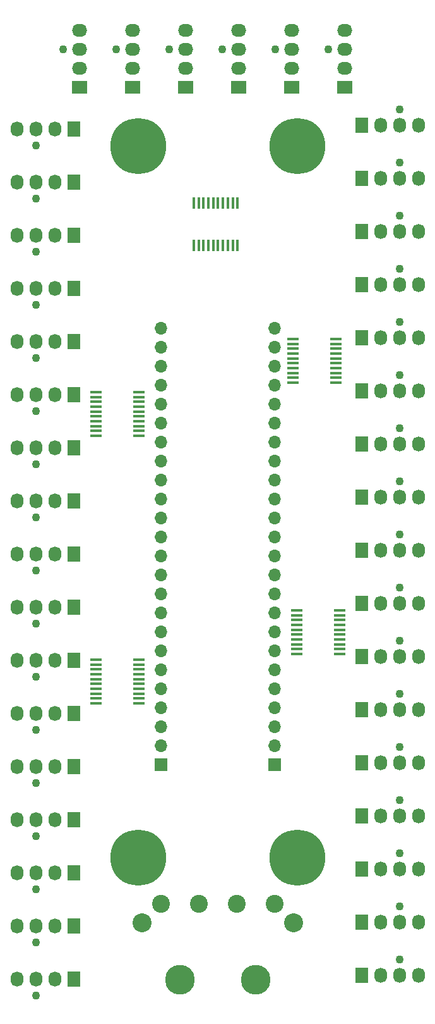
<source format=gbr>
%TF.GenerationSoftware,KiCad,Pcbnew,(5.1.8)-1*%
%TF.CreationDate,2021-05-23T23:23:44-05:00*%
%TF.ProjectId,CircuitBoardV2,43697263-7569-4744-926f-61726456322e,rev?*%
%TF.SameCoordinates,Original*%
%TF.FileFunction,Soldermask,Top*%
%TF.FilePolarity,Negative*%
%FSLAX46Y46*%
G04 Gerber Fmt 4.6, Leading zero omitted, Abs format (unit mm)*
G04 Created by KiCad (PCBNEW (5.1.8)-1) date 2021-05-23 23:23:44*
%MOMM*%
%LPD*%
G01*
G04 APERTURE LIST*
%ADD10R,1.570000X0.410000*%
%ADD11C,1.100000*%
%ADD12O,1.730000X2.030000*%
%ADD13R,1.730000X2.030000*%
%ADD14O,1.700000X1.700000*%
%ADD15R,1.700000X1.700000*%
%ADD16C,7.500000*%
%ADD17R,0.410000X1.570000*%
%ADD18C,2.540000*%
%ADD19C,3.990000*%
%ADD20C,2.400000*%
%ADD21O,2.030000X1.730000*%
%ADD22R,2.030000X1.730000*%
G04 APERTURE END LIST*
D10*
%TO.C,U5*%
X116408000Y-135259000D03*
X116408000Y-134609000D03*
X116408000Y-133959000D03*
X116408000Y-133309000D03*
X116408000Y-132659000D03*
X116408000Y-132009000D03*
X116408000Y-131359000D03*
X116408000Y-130709000D03*
X116408000Y-130059000D03*
X116408000Y-129409000D03*
X110668000Y-129409000D03*
X110668000Y-130059000D03*
X110668000Y-130709000D03*
X110668000Y-131359000D03*
X110668000Y-132009000D03*
X110668000Y-132659000D03*
X110668000Y-133309000D03*
X110668000Y-133959000D03*
X110668000Y-134609000D03*
X110668000Y-135259000D03*
%TD*%
D11*
%TO.C,J31*%
X102616000Y-96140000D03*
D12*
X100076000Y-93980000D03*
X102616000Y-93980000D03*
X105156000Y-93980000D03*
D13*
X107696000Y-93980000D03*
%TD*%
D14*
%TO.C,J21*%
X134620000Y-85090000D03*
X134620000Y-87630000D03*
X134620000Y-90170000D03*
X134620000Y-92710000D03*
X134620000Y-95250000D03*
X134620000Y-97790000D03*
X134620000Y-100330000D03*
X134620000Y-102870000D03*
X134620000Y-105410000D03*
X134620000Y-107950000D03*
X134620000Y-110490000D03*
X134620000Y-113030000D03*
X134620000Y-115570000D03*
X134620000Y-118110000D03*
X134620000Y-120650000D03*
X134620000Y-123190000D03*
X134620000Y-125730000D03*
X134620000Y-128270000D03*
X134620000Y-130810000D03*
X134620000Y-133350000D03*
X134620000Y-135890000D03*
X134620000Y-138430000D03*
X134620000Y-140970000D03*
D15*
X134620000Y-143510000D03*
%TD*%
D10*
%TO.C,U1*%
X143332000Y-122805000D03*
X143332000Y-123455000D03*
X143332000Y-124105000D03*
X143332000Y-124755000D03*
X143332000Y-125405000D03*
X143332000Y-126055000D03*
X143332000Y-126705000D03*
X143332000Y-127355000D03*
X143332000Y-128005000D03*
X143332000Y-128655000D03*
X137592000Y-128655000D03*
X137592000Y-128005000D03*
X137592000Y-127355000D03*
X137592000Y-126705000D03*
X137592000Y-126055000D03*
X137592000Y-125405000D03*
X137592000Y-124755000D03*
X137592000Y-124105000D03*
X137592000Y-123455000D03*
X137592000Y-122805000D03*
%TD*%
D16*
%TO.C,REF\u002A\u002A*%
X137668000Y-60706000D03*
%TD*%
%TO.C,REF\u002A\u002A*%
X116332000Y-60706000D03*
%TD*%
%TO.C,REF\u002A\u002A*%
X137668000Y-155956000D03*
%TD*%
%TO.C,REF\u002A\u002A*%
X116332000Y-155956000D03*
%TD*%
D11*
%TO.C,J37*%
X102616000Y-138812000D03*
D12*
X100076000Y-136652000D03*
X102616000Y-136652000D03*
X105156000Y-136652000D03*
D13*
X107696000Y-136652000D03*
%TD*%
%TO.C,J40*%
X107696000Y-157988000D03*
D12*
X105156000Y-157988000D03*
X102616000Y-157988000D03*
X100076000Y-157988000D03*
D11*
X102616000Y-160148000D03*
%TD*%
D10*
%TO.C,U4*%
X110668000Y-99445000D03*
X110668000Y-98795000D03*
X110668000Y-98145000D03*
X110668000Y-97495000D03*
X110668000Y-96845000D03*
X110668000Y-96195000D03*
X110668000Y-95545000D03*
X110668000Y-94895000D03*
X110668000Y-94245000D03*
X110668000Y-93595000D03*
X116408000Y-93595000D03*
X116408000Y-94245000D03*
X116408000Y-94895000D03*
X116408000Y-95545000D03*
X116408000Y-96195000D03*
X116408000Y-96845000D03*
X116408000Y-97495000D03*
X116408000Y-98145000D03*
X116408000Y-98795000D03*
X116408000Y-99445000D03*
%TD*%
D17*
%TO.C,U3*%
X123821000Y-73990000D03*
X124471000Y-73990000D03*
X125121000Y-73990000D03*
X125771000Y-73990000D03*
X126421000Y-73990000D03*
X127071000Y-73990000D03*
X127721000Y-73990000D03*
X128371000Y-73990000D03*
X129021000Y-73990000D03*
X129671000Y-73990000D03*
X129671000Y-68250000D03*
X129021000Y-68250000D03*
X128371000Y-68250000D03*
X127721000Y-68250000D03*
X127071000Y-68250000D03*
X126421000Y-68250000D03*
X125771000Y-68250000D03*
X125121000Y-68250000D03*
X124471000Y-68250000D03*
X123821000Y-68250000D03*
%TD*%
D10*
%TO.C,U2*%
X142824000Y-86483000D03*
X142824000Y-87133000D03*
X142824000Y-87783000D03*
X142824000Y-88433000D03*
X142824000Y-89083000D03*
X142824000Y-89733000D03*
X142824000Y-90383000D03*
X142824000Y-91033000D03*
X142824000Y-91683000D03*
X142824000Y-92333000D03*
X137084000Y-92333000D03*
X137084000Y-91683000D03*
X137084000Y-91033000D03*
X137084000Y-90383000D03*
X137084000Y-89733000D03*
X137084000Y-89083000D03*
X137084000Y-88433000D03*
X137084000Y-87783000D03*
X137084000Y-87133000D03*
X137084000Y-86483000D03*
%TD*%
D11*
%TO.C,J5*%
X151384000Y-69976000D03*
D12*
X153924000Y-72136000D03*
X151384000Y-72136000D03*
X148844000Y-72136000D03*
D13*
X146304000Y-72136000D03*
%TD*%
D11*
%TO.C,J1*%
X151384000Y-91312000D03*
D12*
X153924000Y-93472000D03*
X151384000Y-93472000D03*
X148844000Y-93472000D03*
D13*
X146304000Y-93472000D03*
%TD*%
D11*
%TO.C,J3*%
X151384000Y-98424000D03*
D12*
X153924000Y-100584000D03*
X151384000Y-100584000D03*
X148844000Y-100584000D03*
D13*
X146304000Y-100584000D03*
%TD*%
D11*
%TO.C,J35*%
X102616000Y-124588000D03*
D12*
X100076000Y-122428000D03*
X102616000Y-122428000D03*
X105156000Y-122428000D03*
D13*
X107696000Y-122428000D03*
%TD*%
%TO.C,J38*%
X107696000Y-143764000D03*
D12*
X105156000Y-143764000D03*
X102616000Y-143764000D03*
X100076000Y-143764000D03*
D11*
X102616000Y-145924000D03*
%TD*%
%TO.C,J36*%
X102616000Y-131700000D03*
D12*
X100076000Y-129540000D03*
X102616000Y-129540000D03*
X105156000Y-129540000D03*
D13*
X107696000Y-129540000D03*
%TD*%
%TO.C,J39*%
X107696000Y-150876000D03*
D12*
X105156000Y-150876000D03*
X102616000Y-150876000D03*
X100076000Y-150876000D03*
D11*
X102616000Y-153036000D03*
%TD*%
D13*
%TO.C,J41*%
X107696000Y-165100000D03*
D12*
X105156000Y-165100000D03*
X102616000Y-165100000D03*
X100076000Y-165100000D03*
D11*
X102616000Y-167260000D03*
%TD*%
D18*
%TO.C,JMolex1*%
X116840000Y-164635000D03*
D19*
X121920000Y-172255000D03*
X132080000Y-172255000D03*
D18*
X137160000Y-164635000D03*
D20*
X134620000Y-162095000D03*
X129540000Y-162095000D03*
X124460000Y-162095000D03*
X119380000Y-162095000D03*
%TD*%
D13*
%TO.C,J42*%
X107696000Y-172212000D03*
D12*
X105156000Y-172212000D03*
X102616000Y-172212000D03*
X100076000Y-172212000D03*
D11*
X102616000Y-174372000D03*
%TD*%
%TO.C,J34*%
X102616000Y-117476000D03*
D12*
X100076000Y-115316000D03*
X102616000Y-115316000D03*
X105156000Y-115316000D03*
D13*
X107696000Y-115316000D03*
%TD*%
D11*
%TO.C,J33*%
X102616000Y-110364000D03*
D12*
X100076000Y-108204000D03*
X102616000Y-108204000D03*
X105156000Y-108204000D03*
D13*
X107696000Y-108204000D03*
%TD*%
D11*
%TO.C,J32*%
X102616000Y-103252000D03*
D12*
X100076000Y-101092000D03*
X102616000Y-101092000D03*
X105156000Y-101092000D03*
D13*
X107696000Y-101092000D03*
%TD*%
D11*
%TO.C,J30*%
X102616000Y-89028000D03*
D12*
X100076000Y-86868000D03*
X102616000Y-86868000D03*
X105156000Y-86868000D03*
D13*
X107696000Y-86868000D03*
%TD*%
D11*
%TO.C,J29*%
X102616000Y-81916000D03*
D12*
X100076000Y-79756000D03*
X102616000Y-79756000D03*
X105156000Y-79756000D03*
D13*
X107696000Y-79756000D03*
%TD*%
D11*
%TO.C,J28*%
X102616000Y-74804000D03*
D12*
X100076000Y-72644000D03*
X102616000Y-72644000D03*
X105156000Y-72644000D03*
D13*
X107696000Y-72644000D03*
%TD*%
D11*
%TO.C,J27*%
X102616000Y-67692000D03*
D12*
X100076000Y-65532000D03*
X102616000Y-65532000D03*
X105156000Y-65532000D03*
D13*
X107696000Y-65532000D03*
%TD*%
D11*
%TO.C,J26*%
X151384000Y-55752000D03*
D12*
X153924000Y-57912000D03*
X151384000Y-57912000D03*
X148844000Y-57912000D03*
D13*
X146304000Y-57912000D03*
%TD*%
D11*
%TO.C,J25*%
X141858000Y-47752000D03*
D21*
X144018000Y-45212000D03*
X144018000Y-47752000D03*
X144018000Y-50292000D03*
D22*
X144018000Y-52832000D03*
%TD*%
D11*
%TO.C,J24*%
X134746000Y-47752000D03*
D21*
X136906000Y-45212000D03*
X136906000Y-47752000D03*
X136906000Y-50292000D03*
D22*
X136906000Y-52832000D03*
%TD*%
D11*
%TO.C,J23*%
X127634000Y-47752000D03*
D21*
X129794000Y-45212000D03*
X129794000Y-47752000D03*
X129794000Y-50292000D03*
D22*
X129794000Y-52832000D03*
%TD*%
D14*
%TO.C,J22*%
X119380000Y-85090000D03*
X119380000Y-87630000D03*
X119380000Y-90170000D03*
X119380000Y-92710000D03*
X119380000Y-95250000D03*
X119380000Y-97790000D03*
X119380000Y-100330000D03*
X119380000Y-102870000D03*
X119380000Y-105410000D03*
X119380000Y-107950000D03*
X119380000Y-110490000D03*
X119380000Y-113030000D03*
X119380000Y-115570000D03*
X119380000Y-118110000D03*
X119380000Y-120650000D03*
X119380000Y-123190000D03*
X119380000Y-125730000D03*
X119380000Y-128270000D03*
X119380000Y-130810000D03*
X119380000Y-133350000D03*
X119380000Y-135890000D03*
X119380000Y-138430000D03*
X119380000Y-140970000D03*
D15*
X119380000Y-143510000D03*
%TD*%
D11*
%TO.C,J20*%
X151384000Y-105536000D03*
D12*
X153924000Y-107696000D03*
X151384000Y-107696000D03*
X148844000Y-107696000D03*
D13*
X146304000Y-107696000D03*
%TD*%
D11*
%TO.C,J19*%
X151384000Y-112648000D03*
D12*
X153924000Y-114808000D03*
X151384000Y-114808000D03*
X148844000Y-114808000D03*
D13*
X146304000Y-114808000D03*
%TD*%
D11*
%TO.C,J18*%
X151384000Y-119760000D03*
D12*
X153924000Y-121920000D03*
X151384000Y-121920000D03*
X148844000Y-121920000D03*
D13*
X146304000Y-121920000D03*
%TD*%
D11*
%TO.C,J17*%
X151384000Y-126872000D03*
D12*
X153924000Y-129032000D03*
X151384000Y-129032000D03*
X148844000Y-129032000D03*
D13*
X146304000Y-129032000D03*
%TD*%
D11*
%TO.C,J16*%
X151384000Y-133984000D03*
D12*
X153924000Y-136144000D03*
X151384000Y-136144000D03*
X148844000Y-136144000D03*
D13*
X146304000Y-136144000D03*
%TD*%
D11*
%TO.C,J15*%
X151384000Y-141096000D03*
D12*
X153924000Y-143256000D03*
X151384000Y-143256000D03*
X148844000Y-143256000D03*
D13*
X146304000Y-143256000D03*
%TD*%
D11*
%TO.C,J14*%
X151384000Y-148208000D03*
D12*
X153924000Y-150368000D03*
X151384000Y-150368000D03*
X148844000Y-150368000D03*
D13*
X146304000Y-150368000D03*
%TD*%
D11*
%TO.C,J13*%
X151384000Y-155320000D03*
D12*
X153924000Y-157480000D03*
X151384000Y-157480000D03*
X148844000Y-157480000D03*
D13*
X146304000Y-157480000D03*
%TD*%
D11*
%TO.C,J12*%
X151384000Y-162432000D03*
D12*
X153924000Y-164592000D03*
X151384000Y-164592000D03*
X148844000Y-164592000D03*
D13*
X146304000Y-164592000D03*
%TD*%
D11*
%TO.C,J11*%
X151384000Y-169544000D03*
D12*
X153924000Y-171704000D03*
X151384000Y-171704000D03*
X148844000Y-171704000D03*
D13*
X146304000Y-171704000D03*
%TD*%
D11*
%TO.C,J10*%
X120522000Y-47752000D03*
D21*
X122682000Y-45212000D03*
X122682000Y-47752000D03*
X122682000Y-50292000D03*
D22*
X122682000Y-52832000D03*
%TD*%
D11*
%TO.C,J9*%
X106298000Y-47752000D03*
D21*
X108458000Y-45212000D03*
X108458000Y-47752000D03*
X108458000Y-50292000D03*
D22*
X108458000Y-52832000D03*
%TD*%
D11*
%TO.C,J8*%
X102616000Y-60580000D03*
D12*
X100076000Y-58420000D03*
X102616000Y-58420000D03*
X105156000Y-58420000D03*
D13*
X107696000Y-58420000D03*
%TD*%
D11*
%TO.C,J7*%
X151384000Y-62864000D03*
D12*
X153924000Y-65024000D03*
X151384000Y-65024000D03*
X148844000Y-65024000D03*
D13*
X146304000Y-65024000D03*
%TD*%
D11*
%TO.C,J6*%
X113410000Y-47752000D03*
D21*
X115570000Y-45212000D03*
X115570000Y-47752000D03*
X115570000Y-50292000D03*
D22*
X115570000Y-52832000D03*
%TD*%
D11*
%TO.C,J4*%
X151384000Y-77088000D03*
D12*
X153924000Y-79248000D03*
X151384000Y-79248000D03*
X148844000Y-79248000D03*
D13*
X146304000Y-79248000D03*
%TD*%
D11*
%TO.C,J2*%
X151384000Y-84200000D03*
D12*
X153924000Y-86360000D03*
X151384000Y-86360000D03*
X148844000Y-86360000D03*
D13*
X146304000Y-86360000D03*
%TD*%
M02*

</source>
